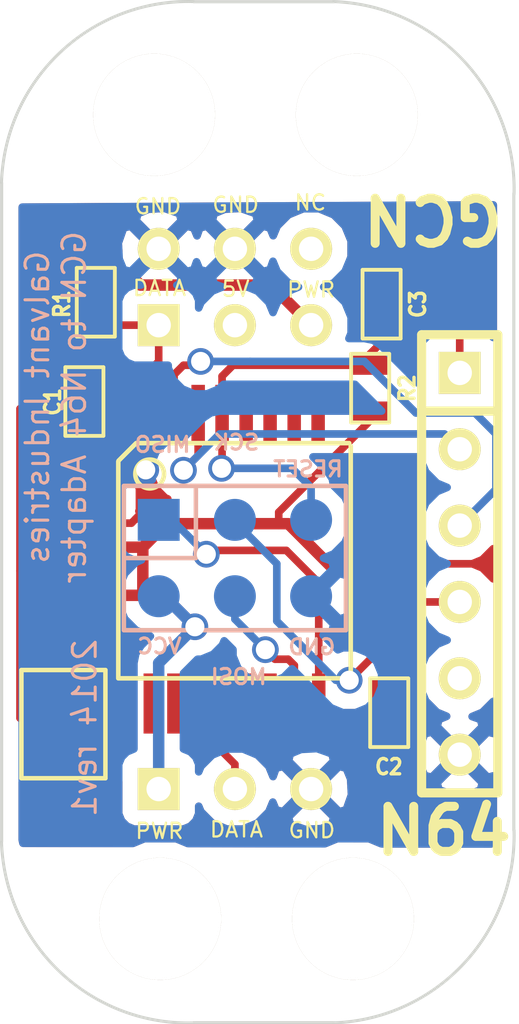
<source format=kicad_pcb>
(kicad_pcb (version 3) (host pcbnew "(2013-11-28 BZR 4510)-product")

  (general
    (links 35)
    (no_connects 0)
    (area 123.575233 72.4408 145.875829 107.5436)
    (thickness 1.6)
    (drawings 27)
    (tracks 161)
    (zones 0)
    (modules 15)
    (nets 32)
  )

  (page A4)
  (layers
    (15 F.Cu signal)
    (0 B.Cu signal)
    (16 B.Adhes user)
    (17 F.Adhes user)
    (18 B.Paste user)
    (19 F.Paste user)
    (20 B.SilkS user)
    (21 F.SilkS user)
    (22 B.Mask user)
    (23 F.Mask user)
    (24 Dwgs.User user)
    (25 Cmts.User user)
    (26 Eco1.User user)
    (27 Eco2.User user)
    (28 Edge.Cuts user)
  )

  (setup
    (last_trace_width 0.254)
    (trace_clearance 0.254)
    (zone_clearance 0.508)
    (zone_45_only no)
    (trace_min 0.254)
    (segment_width 0.2)
    (edge_width 0.1)
    (via_size 0.889)
    (via_drill 0.635)
    (via_min_size 0.889)
    (via_min_drill 0.508)
    (uvia_size 0.508)
    (uvia_drill 0.127)
    (uvias_allowed no)
    (uvia_min_size 0.508)
    (uvia_min_drill 0.127)
    (pcb_text_width 0.3)
    (pcb_text_size 1.5 1.5)
    (mod_edge_width 0.15)
    (mod_text_size 1 1)
    (mod_text_width 0.15)
    (pad_size 4.064 4.064)
    (pad_drill 4.064)
    (pad_to_mask_clearance 0)
    (aux_axis_origin 0 0)
    (visible_elements FFFFFF7F)
    (pcbplotparams
      (layerselection 284721153)
      (usegerberextensions true)
      (excludeedgelayer true)
      (linewidth 0.150000)
      (plotframeref false)
      (viasonmask false)
      (mode 1)
      (useauxorigin false)
      (hpglpennumber 1)
      (hpglpenspeed 20)
      (hpglpendiameter 15)
      (hpglpenoverlay 2)
      (psnegative false)
      (psa4output false)
      (plotreference true)
      (plotvalue true)
      (plotothertext true)
      (plotinvisibletext false)
      (padsonsilk false)
      (subtractmaskfromsilk false)
      (outputformat 1)
      (mirror false)
      (drillshape 0)
      (scaleselection 1)
      (outputdirectory gerbers/))
  )

  (net 0 "")
  (net 1 CTS)
  (net 2 GCN_5V)
  (net 3 GCN_DATA)
  (net 4 GND)
  (net 5 MISO)
  (net 6 MOSI)
  (net 7 N64_DATA)
  (net 8 "Net-(IC1-Pad1)")
  (net 9 "Net-(IC1-Pad10)")
  (net 10 "Net-(IC1-Pad11)")
  (net 11 "Net-(IC1-Pad13)")
  (net 12 "Net-(IC1-Pad14)")
  (net 13 "Net-(IC1-Pad19)")
  (net 14 "Net-(IC1-Pad2)")
  (net 15 "Net-(IC1-Pad22)")
  (net 16 "Net-(IC1-Pad23)")
  (net 17 "Net-(IC1-Pad24)")
  (net 18 "Net-(IC1-Pad25)")
  (net 19 "Net-(IC1-Pad26)")
  (net 20 "Net-(IC1-Pad27)")
  (net 21 "Net-(IC1-Pad28)")
  (net 22 "Net-(IC1-Pad7)")
  (net 23 "Net-(IC1-Pad8)")
  (net 24 "Net-(IC1-Pad9)")
  (net 25 "Net-(P1-Pad4)")
  (net 26 RESET)
  (net 27 RTS)
  (net 28 RXD)
  (net 29 SCK)
  (net 30 TXD)
  (net 31 VCC)

  (net_class Default "This is the default net class."
    (clearance 0.254)
    (trace_width 0.254)
    (via_dia 0.889)
    (via_drill 0.635)
    (uvia_dia 0.508)
    (uvia_drill 0.127)
    (add_net "")
    (add_net CTS)
    (add_net GCN_5V)
    (add_net GCN_DATA)
    (add_net GND)
    (add_net MISO)
    (add_net MOSI)
    (add_net N64_DATA)
    (add_net "Net-(IC1-Pad1)")
    (add_net "Net-(IC1-Pad10)")
    (add_net "Net-(IC1-Pad11)")
    (add_net "Net-(IC1-Pad13)")
    (add_net "Net-(IC1-Pad14)")
    (add_net "Net-(IC1-Pad19)")
    (add_net "Net-(IC1-Pad2)")
    (add_net "Net-(IC1-Pad22)")
    (add_net "Net-(IC1-Pad23)")
    (add_net "Net-(IC1-Pad24)")
    (add_net "Net-(IC1-Pad25)")
    (add_net "Net-(IC1-Pad26)")
    (add_net "Net-(IC1-Pad27)")
    (add_net "Net-(IC1-Pad28)")
    (add_net "Net-(IC1-Pad7)")
    (add_net "Net-(IC1-Pad8)")
    (add_net "Net-(IC1-Pad9)")
    (add_net "Net-(P1-Pad4)")
    (add_net RESET)
    (add_net RTS)
    (add_net RXD)
    (add_net SCK)
    (add_net TXD)
    (add_net VCC)
  )

  (module SMD_Packages:TQFP32 (layer F.Cu) (tedit 5387DBB4) (tstamp 5387BB8A)
    (at 132.461 91.694)
    (path /53878BD7)
    (fp_text reference IC1 (at 0 -1.27) (layer F.SilkS) hide
      (effects (font (size 1.27 1.016) (thickness 0.2032)))
    )
    (fp_text value ATMEGA328P-A (at 0 1.905) (layer F.SilkS) hide
      (effects (font (size 0.762 0.508) (thickness 0.127)))
    )
    (fp_line (start -3.8862 -3.2766) (end -3.8862 3.9116) (layer F.SilkS) (width 0.1524))
    (fp_line (start -3.2512 -3.8862) (end 3.81 -3.8862) (layer F.SilkS) (width 0.1524))
    (fp_line (start 3.8608 3.937) (end 3.8608 -3.7846) (layer F.SilkS) (width 0.1524))
    (fp_line (start -3.8862 3.937) (end 3.7338 3.937) (layer F.SilkS) (width 0.1524))
    (fp_line (start -3.87604 -3.302) (end -3.29184 -3.8862) (layer F.SilkS) (width 0.1524))
    (fp_circle (center -2.83972 -2.86004) (end -2.43332 -2.60604) (layer F.SilkS) (width 0.1524))
    (pad 8 smd rect (at -4.81584 2.77622) (size 1.99898 0.44958) (layers F.Cu F.Paste F.Mask)
      (net 23 "Net-(IC1-Pad8)"))
    (pad 7 smd rect (at -4.81584 1.97612) (size 1.99898 0.44958) (layers F.Cu F.Paste F.Mask)
      (net 22 "Net-(IC1-Pad7)"))
    (pad 6 smd rect (at -4.81584 1.17602) (size 1.99898 0.44958) (layers F.Cu F.Paste F.Mask)
      (net 31 VCC))
    (pad 5 smd rect (at -4.81584 0.37592) (size 1.99898 0.44958) (layers F.Cu F.Paste F.Mask)
      (net 4 GND))
    (pad 4 smd rect (at -4.81584 -0.42418) (size 1.99898 0.44958) (layers F.Cu F.Paste F.Mask)
      (net 31 VCC))
    (pad 3 smd rect (at -4.81584 -1.22428) (size 1.99898 0.44958) (layers F.Cu F.Paste F.Mask)
      (net 4 GND))
    (pad 2 smd rect (at -4.81584 -2.02438) (size 1.99898 0.44958) (layers F.Cu F.Paste F.Mask)
      (net 14 "Net-(IC1-Pad2)"))
    (pad 1 smd rect (at -4.81584 -2.82448) (size 1.99898 0.44958) (layers F.Cu F.Paste F.Mask)
      (net 8 "Net-(IC1-Pad1)"))
    (pad 24 smd rect (at 4.7498 -2.8194) (size 1.99898 0.44958) (layers F.Cu F.Paste F.Mask)
      (net 17 "Net-(IC1-Pad24)"))
    (pad 17 smd rect (at 4.7498 2.794) (size 1.99898 0.44958) (layers F.Cu F.Paste F.Mask)
      (net 29 SCK))
    (pad 18 smd rect (at 4.7498 1.9812) (size 1.99898 0.44958) (layers F.Cu F.Paste F.Mask)
      (net 31 VCC))
    (pad 19 smd rect (at 4.7498 1.1684) (size 1.99898 0.44958) (layers F.Cu F.Paste F.Mask)
      (net 13 "Net-(IC1-Pad19)"))
    (pad 20 smd rect (at 4.7498 0.381) (size 1.99898 0.44958) (layers F.Cu F.Paste F.Mask)
      (net 31 VCC))
    (pad 21 smd rect (at 4.7498 -0.4318) (size 1.99898 0.44958) (layers F.Cu F.Paste F.Mask)
      (net 4 GND))
    (pad 22 smd rect (at 4.7498 -1.2192) (size 1.99898 0.44958) (layers F.Cu F.Paste F.Mask)
      (net 15 "Net-(IC1-Pad22)"))
    (pad 23 smd rect (at 4.7498 -2.032) (size 1.99898 0.44958) (layers F.Cu F.Paste F.Mask)
      (net 16 "Net-(IC1-Pad23)"))
    (pad 32 smd rect (at -2.82448 -4.826) (size 0.44958 1.99898) (layers F.Cu F.Paste F.Mask)
      (net 3 GCN_DATA))
    (pad 31 smd rect (at -2.02692 -4.826) (size 0.44958 1.99898) (layers F.Cu F.Paste F.Mask)
      (net 30 TXD))
    (pad 30 smd rect (at -1.22428 -4.826) (size 0.44958 1.99898) (layers F.Cu F.Paste F.Mask)
      (net 28 RXD))
    (pad 29 smd rect (at -0.42672 -4.826) (size 0.44958 1.99898) (layers F.Cu F.Paste F.Mask)
      (net 26 RESET))
    (pad 28 smd rect (at 0.37592 -4.826) (size 0.44958 1.99898) (layers F.Cu F.Paste F.Mask)
      (net 21 "Net-(IC1-Pad28)"))
    (pad 27 smd rect (at 1.17348 -4.826) (size 0.44958 1.99898) (layers F.Cu F.Paste F.Mask)
      (net 20 "Net-(IC1-Pad27)"))
    (pad 26 smd rect (at 1.97612 -4.826) (size 0.44958 1.99898) (layers F.Cu F.Paste F.Mask)
      (net 19 "Net-(IC1-Pad26)"))
    (pad 25 smd rect (at 2.77368 -4.826) (size 0.44958 1.99898) (layers F.Cu F.Paste F.Mask)
      (net 18 "Net-(IC1-Pad25)"))
    (pad 9 smd rect (at -2.8194 4.7752) (size 0.44958 1.99898) (layers F.Cu F.Paste F.Mask)
      (net 24 "Net-(IC1-Pad9)"))
    (pad 10 smd rect (at -2.032 4.7752) (size 0.44958 1.99898) (layers F.Cu F.Paste F.Mask)
      (net 9 "Net-(IC1-Pad10)"))
    (pad 11 smd rect (at -1.2192 4.7752) (size 0.44958 1.99898) (layers F.Cu F.Paste F.Mask)
      (net 10 "Net-(IC1-Pad11)"))
    (pad 12 smd rect (at -0.4318 4.7752) (size 0.44958 1.99898) (layers F.Cu F.Paste F.Mask)
      (net 7 N64_DATA))
    (pad 13 smd rect (at 0.3556 4.7752) (size 0.44958 1.99898) (layers F.Cu F.Paste F.Mask)
      (net 11 "Net-(IC1-Pad13)"))
    (pad 14 smd rect (at 1.1684 4.7752) (size 0.44958 1.99898) (layers F.Cu F.Paste F.Mask)
      (net 12 "Net-(IC1-Pad14)"))
    (pad 15 smd rect (at 1.9812 4.7752) (size 0.44958 1.99898) (layers F.Cu F.Paste F.Mask)
      (net 6 MOSI))
    (pad 16 smd rect (at 2.794 4.7752) (size 0.44958 1.99898) (layers F.Cu F.Paste F.Mask)
      (net 5 MISO))
    (model smd/tqfp32.wrl
      (at (xyz 0 0 0))
      (scale (xyz 1 1 1))
      (rotate (xyz 0 0 0))
    )
  )

  (module Connect:SIL-3 (layer F.Cu) (tedit 5387D972) (tstamp 5387BB96)
    (at 132.461 99.314)
    (descr "Connecteur 3 pins")
    (tags "CONN DEV")
    (path /53878E7C)
    (fp_text reference K1 (at 0 -2.54) (layer F.SilkS) hide
      (effects (font (size 1.7907 1.07696) (thickness 0.26924)))
    )
    (fp_text value CONN_3 (at 0 -2.54) (layer F.SilkS) hide
      (effects (font (size 1.524 1.016) (thickness 0.3048)))
    )
    (pad 1 thru_hole rect (at -2.54 0) (size 1.397 1.397) (drill 0.8128) (layers *.Cu *.Mask F.SilkS)
      (net 31 VCC))
    (pad 2 thru_hole circle (at 0 0) (size 1.397 1.397) (drill 0.8128) (layers *.Cu *.Mask F.SilkS)
      (net 7 N64_DATA))
    (pad 3 thru_hole circle (at 2.54 0) (size 1.397 1.397) (drill 0.8128) (layers *.Cu *.Mask F.SilkS)
      (net 4 GND))
  )

  (module Connect:SIL-6 (layer F.Cu) (tedit 5387D930) (tstamp 5387BBA5)
    (at 132.461 82.6135)
    (descr "Connecteur 6 pins")
    (tags "CONN DEV")
    (path /5387B061)
    (fp_text reference P1 (at 0 -2.54) (layer F.SilkS) hide
      (effects (font (size 1.72974 1.08712) (thickness 0.27178)))
    )
    (fp_text value CONN_3X2 (at 0 -2.54) (layer F.SilkS) hide
      (effects (font (size 1.524 1.016) (thickness 0.3048)))
    )
    (pad 3 thru_hole rect (at -2.54 1.27) (size 1.397 1.397) (drill 0.8128) (layers *.Cu *.Mask F.SilkS)
      (net 3 GCN_DATA))
    (pad 2 thru_hole circle (at 0 1.27) (size 1.397 1.397) (drill 0.8128) (layers *.Cu *.Mask F.SilkS)
      (net 2 GCN_5V))
    (pad 1 thru_hole circle (at 2.54 1.27) (size 1.397 1.397) (drill 0.8128) (layers *.Cu *.Mask F.SilkS)
      (net 31 VCC))
    (pad 6 thru_hole circle (at -2.54 -1.27) (size 1.397 1.397) (drill 0.8128) (layers *.Cu *.Mask F.SilkS)
      (net 4 GND))
    (pad 5 thru_hole circle (at 0 -1.27) (size 1.397 1.397) (drill 0.8128) (layers *.Cu *.Mask F.SilkS)
      (net 4 GND))
    (pad 4 thru_hole circle (at 2.54 -1.27) (size 1.397 1.397) (drill 0.8128) (layers *.Cu *.Mask F.SilkS)
      (net 25 "Net-(P1-Pad4)"))
  )

  (module Connect:1pin (layer F.Cu) (tedit 5387D7B0) (tstamp 5387CBA4)
    (at 129.7686 76.8858)
    (descr "module 1 pin (ou trou mecanique de percage)")
    (tags DEV)
    (path 1pin)
    (fp_text reference 1PIN (at 0 -3.048) (layer F.SilkS) hide
      (effects (font (size 1.016 1.016) (thickness 0.254)))
    )
    (fp_text value P*** (at 0 2.794) (layer F.SilkS) hide
      (effects (font (size 1.016 1.016) (thickness 0.254)))
    )
    (pad 1 thru_hole circle (at 0 0) (size 4.064 4.064) (drill 4.064) (layers *.Cu *.Mask F.SilkS))
  )

  (module Connect:1pin (layer F.Cu) (tedit 5387D7AA) (tstamp 5387CBC5)
    (at 136.525 76.835)
    (descr "module 1 pin (ou trou mecanique de percage)")
    (tags DEV)
    (path 1pin)
    (fp_text reference 1PIN (at 0 -3.048) (layer F.SilkS) hide
      (effects (font (size 1.016 1.016) (thickness 0.254)))
    )
    (fp_text value P*** (at 0 2.794) (layer F.SilkS) hide
      (effects (font (size 1.016 1.016) (thickness 0.254)))
    )
    (pad 1 thru_hole circle (at 0 0.0508) (size 4.064 4.064) (drill 4.064) (layers *.Cu *.Mask F.SilkS))
  )

  (module Connect:1pin (layer F.Cu) (tedit 5387D7A1) (tstamp 5387CBDC)
    (at 129.9718 103.632)
    (descr "module 1 pin (ou trou mecanique de percage)")
    (tags DEV)
    (path 1pin)
    (fp_text reference 1PIN (at 0 -3.048) (layer F.SilkS) hide
      (effects (font (size 1.016 1.016) (thickness 0.254)))
    )
    (fp_text value P*** (at 0 2.794) (layer F.SilkS) hide
      (effects (font (size 1.016 1.016) (thickness 0.254)))
    )
    (pad 1 thru_hole circle (at 0 0) (size 4.064 4.064) (drill 4.064) (layers *.Cu *.Mask F.SilkS))
  )

  (module Connect:1pin (layer F.Cu) (tedit 5387D798) (tstamp 5387CBD7)
    (at 136.398 103.6574)
    (descr "module 1 pin (ou trou mecanique de percage)")
    (tags DEV)
    (path 1pin)
    (fp_text reference 1PIN (at 0 -3.048) (layer F.SilkS) hide
      (effects (font (size 1.016 1.016) (thickness 0.254)))
    )
    (fp_text value P*** (at 0 2.794) (layer F.SilkS) hide
      (effects (font (size 1.016 1.016) (thickness 0.254)))
    )
    (pad 1 thru_hole circle (at 0 -0.0254) (size 4.064 4.064) (drill 4.064) (layers *.Cu *.Mask F.SilkS))
  )

  (module Connect:SIL-6 (layer B.Cu) (tedit 5387C0AF) (tstamp 5387BBB4)
    (at 132.461 91.6305)
    (descr "Connecteur 6 pins")
    (tags "CONN DEV")
    (path /5387B585)
    (fp_text reference P2 (at 0 2.54) (layer B.SilkS) hide
      (effects (font (size 1.72974 1.08712) (thickness 0.27178)) (justify mirror))
    )
    (fp_text value CONN_3X2 (at 0 2.54) (layer B.SilkS) hide
      (effects (font (size 1.524 1.016) (thickness 0.3048)) (justify mirror))
    )
    (fp_line (start 3.7 -2.4) (end 3.7 2.4) (layer B.SilkS) (width 0.15))
    (fp_line (start 3.7 2.4) (end 3.1 2.4) (layer B.SilkS) (width 0.15))
    (fp_line (start -3.7 0) (end -1.3 0) (layer B.SilkS) (width 0.15))
    (fp_line (start -1.3 0) (end -1.3 -2.4) (layer B.SilkS) (width 0.15))
    (fp_line (start -3.7 -2.4) (end 3.7 -2.4) (layer B.SilkS) (width 0.15))
    (fp_line (start 3.6 2.4) (end -3.7 2.4) (layer B.SilkS) (width 0.15))
    (fp_line (start -3.7 2.4) (end -3.7 -2.4) (layer B.SilkS) (width 0.15))
    (pad 1 smd rect (at -2.54 -1.27) (size 1.397 1.397) (layers B.Cu B.Paste B.Mask)
      (net 5 MISO))
    (pad 2 smd circle (at -2.54 1.27) (size 1.397 1.397) (layers B.Cu B.Paste B.Mask)
      (net 31 VCC))
    (pad 3 smd circle (at 0 -1.27) (size 1.397 1.397) (layers B.Cu B.Paste B.Mask)
      (net 29 SCK))
    (pad 4 smd circle (at 0 1.27) (size 1.397 1.397) (layers B.Cu B.Paste B.Mask)
      (net 6 MOSI))
    (pad 5 smd circle (at 2.54 -1.27) (size 1.397 1.397) (layers B.Cu B.Paste B.Mask)
      (net 26 RESET))
    (pad 6 smd circle (at 2.54 1.27) (size 1.397 1.397) (layers B.Cu B.Paste B.Mask)
      (net 4 GND))
  )

  (module SMD_Packages:EMI_FILTER (layer F.Cu) (tedit 5387E150) (tstamp 5387BBE2)
    (at 126.746 97.155 90)
    (descr "EMI Filter")
    (path /53878DC3)
    (fp_text reference X1 (at -2.8448 0 180) (layer F.SilkS) hide
      (effects (font (size 1.016 0.889) (thickness 0.2032)))
    )
    (fp_text value 16MHz (at -0.127 -0.635 90) (layer F.SilkS) hide
      (effects (font (size 1.016 0.889) (thickness 0.2032)))
    )
    (fp_line (start 1.8 -1.4) (end -1.8 -1.4) (layer F.SilkS) (width 0.15))
    (fp_line (start -1.8 -1.4) (end -1.8 1.4) (layer F.SilkS) (width 0.15))
    (fp_line (start -1.8 1.4) (end 1.8 1.4) (layer F.SilkS) (width 0.15))
    (fp_line (start 1.8 1.4) (end 1.8 -1.4) (layer F.SilkS) (width 0.15))
    (pad 1 smd rect (at -1.2 0 90) (size 0.4 2) (layers F.Cu F.Paste F.Mask)
      (net 23 "Net-(IC1-Pad8)"))
    (pad 3 smd rect (at 0 0 90) (size 0.4 2) (layers F.Cu F.Paste F.Mask)
      (net 4 GND))
    (pad 2 smd rect (at 1.2 0 90) (size 0.4 2) (layers F.Cu F.Paste F.Mask)
      (net 22 "Net-(IC1-Pad7)"))
  )

  (module SMD_Packages:SM0603 (layer F.Cu) (tedit 5387D42C) (tstamp 5387BB40)
    (at 127.4445 86.4235 90)
    (path /5387AF26)
    (attr smd)
    (fp_text reference C1 (at -0.0127 -1.0541 90) (layer F.SilkS)
      (effects (font (size 0.508 0.4572) (thickness 0.1143)))
    )
    (fp_text value 0.1uF (at 0 0 90) (layer F.SilkS) hide
      (effects (font (size 0.508 0.4572) (thickness 0.1143)))
    )
    (fp_line (start -1.143 -0.635) (end 1.143 -0.635) (layer F.SilkS) (width 0.127))
    (fp_line (start 1.143 -0.635) (end 1.143 0.635) (layer F.SilkS) (width 0.127))
    (fp_line (start 1.143 0.635) (end -1.143 0.635) (layer F.SilkS) (width 0.127))
    (fp_line (start -1.143 0.635) (end -1.143 -0.635) (layer F.SilkS) (width 0.127))
    (pad 1 smd rect (at -0.762 0 90) (size 0.635 1.143) (layers F.Cu F.Paste F.Mask)
      (net 31 VCC))
    (pad 2 smd rect (at 0.762 0 90) (size 0.635 1.143) (layers F.Cu F.Paste F.Mask)
      (net 4 GND))
    (model smd\resistors\R0603.wrl
      (at (xyz 0 0 0.001))
      (scale (xyz 0.5 0.5 0.5))
      (rotate (xyz 0 0 0))
    )
  )

  (module SMD_Packages:SM0603 (layer F.Cu) (tedit 5387D438) (tstamp 5387BB4A)
    (at 137.6045 96.774 270)
    (path /5387AF3A)
    (attr smd)
    (fp_text reference C2 (at 1.8034 0.0127 360) (layer F.SilkS)
      (effects (font (size 0.508 0.4572) (thickness 0.1143)))
    )
    (fp_text value 0.1uF (at 0 0 270) (layer F.SilkS) hide
      (effects (font (size 0.508 0.4572) (thickness 0.1143)))
    )
    (fp_line (start -1.143 -0.635) (end 1.143 -0.635) (layer F.SilkS) (width 0.127))
    (fp_line (start 1.143 -0.635) (end 1.143 0.635) (layer F.SilkS) (width 0.127))
    (fp_line (start 1.143 0.635) (end -1.143 0.635) (layer F.SilkS) (width 0.127))
    (fp_line (start -1.143 0.635) (end -1.143 -0.635) (layer F.SilkS) (width 0.127))
    (pad 1 smd rect (at -0.762 0 270) (size 0.635 1.143) (layers F.Cu F.Paste F.Mask)
      (net 31 VCC))
    (pad 2 smd rect (at 0.762 0 270) (size 0.635 1.143) (layers F.Cu F.Paste F.Mask)
      (net 4 GND))
    (model smd\resistors\R0603.wrl
      (at (xyz 0 0 0.001))
      (scale (xyz 0.5 0.5 0.5))
      (rotate (xyz 0 0 0))
    )
  )

  (module SMD_Packages:SM0603 (layer F.Cu) (tedit 5387D42E) (tstamp 5387BB54)
    (at 137.3505 83.185 90)
    (path /5387B6BB)
    (attr smd)
    (fp_text reference C3 (at 0 1.2065 90) (layer F.SilkS)
      (effects (font (size 0.508 0.4572) (thickness 0.1143)))
    )
    (fp_text value 0.1uF (at 0 0 90) (layer F.SilkS) hide
      (effects (font (size 0.508 0.4572) (thickness 0.1143)))
    )
    (fp_line (start -1.143 -0.635) (end 1.143 -0.635) (layer F.SilkS) (width 0.127))
    (fp_line (start 1.143 -0.635) (end 1.143 0.635) (layer F.SilkS) (width 0.127))
    (fp_line (start 1.143 0.635) (end -1.143 0.635) (layer F.SilkS) (width 0.127))
    (fp_line (start -1.143 0.635) (end -1.143 -0.635) (layer F.SilkS) (width 0.127))
    (pad 1 smd rect (at -0.762 0 90) (size 0.635 1.143) (layers F.Cu F.Paste F.Mask)
      (net 26 RESET))
    (pad 2 smd rect (at 0.762 0 90) (size 0.635 1.143) (layers F.Cu F.Paste F.Mask)
      (net 27 RTS))
    (model smd\resistors\R0603.wrl
      (at (xyz 0 0 0.001))
      (scale (xyz 0.5 0.5 0.5))
      (rotate (xyz 0 0 0))
    )
  )

  (module Connect:SIL-6 (layer F.Cu) (tedit 5387D687) (tstamp 5387BBC3)
    (at 139.954 91.821 270)
    (descr "Connecteur 6 pins")
    (tags "CONN DEV")
    (path /5387B915)
    (fp_text reference P3 (at 0 -2.54 270) (layer F.SilkS) hide
      (effects (font (size 1.72974 1.08712) (thickness 0.27178)))
    )
    (fp_text value CONN_6 (at 0 -2.54 270) (layer F.SilkS) hide
      (effects (font (size 1.524 1.016) (thickness 0.3048)))
    )
    (fp_line (start -7.62 1.27) (end -7.62 -1.27) (layer F.SilkS) (width 0.3048))
    (fp_line (start -7.62 -1.27) (end 7.62 -1.27) (layer F.SilkS) (width 0.3048))
    (fp_line (start 7.62 -1.27) (end 7.62 1.27) (layer F.SilkS) (width 0.3048))
    (fp_line (start 7.62 1.27) (end -7.62 1.27) (layer F.SilkS) (width 0.3048))
    (fp_line (start -5.08 1.27) (end -5.08 -1.27) (layer F.SilkS) (width 0.3048))
    (pad 1 thru_hole rect (at -6.35 0 270) (size 1.397 1.397) (drill 0.8128) (layers *.Cu *.Mask F.SilkS)
      (net 27 RTS))
    (pad 2 thru_hole circle (at -3.81 0 270) (size 1.397 1.397) (drill 0.8128) (layers *.Cu *.Mask F.SilkS)
      (net 28 RXD))
    (pad 3 thru_hole circle (at -1.27 0 270) (size 1.397 1.397) (drill 0.8128) (layers *.Cu *.Mask F.SilkS)
      (net 30 TXD))
    (pad 4 thru_hole circle (at 1.27 0 270) (size 1.397 1.397) (drill 0.8128) (layers *.Cu *.Mask F.SilkS)
      (net 31 VCC))
    (pad 5 thru_hole circle (at 3.81 0 270) (size 1.397 1.397) (drill 0.8128) (layers *.Cu *.Mask F.SilkS)
      (net 1 CTS))
    (pad 6 thru_hole circle (at 6.35 0 270) (size 1.397 1.397) (drill 0.8128) (layers *.Cu *.Mask F.SilkS)
      (net 4 GND))
  )

  (module SMD_Packages:SM0603 (layer F.Cu) (tedit 5387D429) (tstamp 5387BBCD)
    (at 127.8255 83.1215 90)
    (path /5387AE57)
    (attr smd)
    (fp_text reference R1 (at -0.0635 -1.1303 90) (layer F.SilkS)
      (effects (font (size 0.508 0.4572) (thickness 0.1143)))
    )
    (fp_text value 1k (at 0 0 90) (layer F.SilkS) hide
      (effects (font (size 0.508 0.4572) (thickness 0.1143)))
    )
    (fp_line (start -1.143 -0.635) (end 1.143 -0.635) (layer F.SilkS) (width 0.127))
    (fp_line (start 1.143 -0.635) (end 1.143 0.635) (layer F.SilkS) (width 0.127))
    (fp_line (start 1.143 0.635) (end -1.143 0.635) (layer F.SilkS) (width 0.127))
    (fp_line (start -1.143 0.635) (end -1.143 -0.635) (layer F.SilkS) (width 0.127))
    (pad 1 smd rect (at -0.762 0 90) (size 0.635 1.143) (layers F.Cu F.Paste F.Mask)
      (net 3 GCN_DATA))
    (pad 2 smd rect (at 0.762 0 90) (size 0.635 1.143) (layers F.Cu F.Paste F.Mask)
      (net 31 VCC))
    (model smd\resistors\R0603.wrl
      (at (xyz 0 0 0.001))
      (scale (xyz 0.5 0.5 0.5))
      (rotate (xyz 0 0 0))
    )
  )

  (module SMD_Packages:SM0603 (layer F.Cu) (tedit 5387D433) (tstamp 5387BBD7)
    (at 136.9695 85.979 90)
    (path /5387B6A7)
    (attr smd)
    (fp_text reference R2 (at 0 1.2319 90) (layer F.SilkS)
      (effects (font (size 0.508 0.4572) (thickness 0.1143)))
    )
    (fp_text value 10k (at 0 0 90) (layer F.SilkS) hide
      (effects (font (size 0.508 0.4572) (thickness 0.1143)))
    )
    (fp_line (start -1.143 -0.635) (end 1.143 -0.635) (layer F.SilkS) (width 0.127))
    (fp_line (start 1.143 -0.635) (end 1.143 0.635) (layer F.SilkS) (width 0.127))
    (fp_line (start 1.143 0.635) (end -1.143 0.635) (layer F.SilkS) (width 0.127))
    (fp_line (start -1.143 0.635) (end -1.143 -0.635) (layer F.SilkS) (width 0.127))
    (pad 1 smd rect (at -0.762 0 90) (size 0.635 1.143) (layers F.Cu F.Paste F.Mask)
      (net 31 VCC))
    (pad 2 smd rect (at 0.762 0 90) (size 0.635 1.143) (layers F.Cu F.Paste F.Mask)
      (net 26 RESET))
    (model smd\resistors\R0603.wrl
      (at (xyz 0 0 0.001))
      (scale (xyz 0.5 0.5 0.5))
      (rotate (xyz 0 0 0))
    )
  )

  (gr_text VCC (at 129.9464 94.5642) (layer B.SilkS)
    (effects (font (size 0.508 0.508) (thickness 0.1016)) (justify mirror))
  )
  (gr_text MOSI (at 132.588 95.5802) (layer B.SilkS)
    (effects (font (size 0.508 0.508) (thickness 0.1016)) (justify mirror))
  )
  (gr_text GND (at 135.0264 94.5896) (layer B.SilkS)
    (effects (font (size 0.508 0.508) (thickness 0.1016)) (justify mirror))
  )
  (gr_text RESET (at 134.8994 88.6714) (layer B.SilkS)
    (effects (font (size 0.508 0.508) (thickness 0.1016)) (justify mirror))
  )
  (gr_text SCK (at 132.5118 87.7824) (layer B.SilkS)
    (effects (font (size 0.508 0.508) (thickness 0.1016)) (justify mirror))
  )
  (gr_text MISO (at 130.048 87.8586) (layer B.SilkS)
    (effects (font (size 0.508 0.508) (thickness 0.1016)) (justify mirror))
  )
  (gr_text GND (at 135.0264 100.6856) (layer F.SilkS)
    (effects (font (size 0.508 0.508) (thickness 0.0762)))
  )
  (gr_text DATA (at 132.5118 100.6602) (layer F.SilkS)
    (effects (font (size 0.508 0.508) (thickness 0.0762)))
  )
  (gr_text PWR (at 129.9464 100.711) (layer F.SilkS)
    (effects (font (size 0.508 0.508) (thickness 0.0762)))
  )
  (gr_text 5V (at 132.4864 82.677) (layer F.SilkS)
    (effects (font (size 0.508 0.508) (thickness 0.0762)))
  )
  (gr_text PWR (at 135.001 82.7024) (layer F.SilkS)
    (effects (font (size 0.508 0.508) (thickness 0.0762)))
  )
  (gr_text DATA (at 129.9464 82.6516) (layer F.SilkS)
    (effects (font (size 0.508 0.508) (thickness 0.0762)))
  )
  (gr_text NC (at 134.9756 79.8068) (layer F.SilkS)
    (effects (font (size 0.508 0.508) (thickness 0.0762)))
  )
  (gr_text GND (at 132.4864 79.883) (layer F.SilkS)
    (effects (font (size 0.508 0.508) (thickness 0.0762)))
  )
  (gr_text GND (at 129.8956 79.9338) (layer F.SilkS)
    (effects (font (size 0.508 0.508) (thickness 0.0762)))
  )
  (gr_text GCN (at 139.065 80.3402 180) (layer F.SilkS)
    (effects (font (size 1.5 1.5) (thickness 0.3)))
  )
  (gr_text N64 (at 139.4206 100.711) (layer F.SilkS)
    (effects (font (size 1.5 1.5) (thickness 0.3)))
  )
  (gr_text "2014 rev1" (at 127.4572 97.282 90) (layer B.SilkS)
    (effects (font (size 0.762 0.762) (thickness 0.1016)) (justify mirror))
  )
  (gr_text "Galvant Industries\nGCN to N64 Adapter" (at 126.492 86.614 90) (layer B.SilkS)
    (effects (font (size 0.762 0.762) (thickness 0.1016)) (justify mirror))
  )
  (gr_line (start 141.7574 100.6856) (end 141.7574 79.502) (angle 90) (layer Edge.Cuts) (width 0.1))
  (gr_arc (start 130.90525 100.86975) (end 124.68225 101.06025) (angle -90) (layer Edge.Cuts) (width 0.1) (tstamp 5387CF1A))
  (gr_arc (start 135.54075 100.86975) (end 135.73125 107.09275) (angle -90) (layer Edge.Cuts) (width 0.1) (tstamp 5387CF19))
  (gr_line (start 131.0894 107.0864) (end 135.763 107.0864) (angle 90) (layer Edge.Cuts) (width 0.1) (tstamp 5387CF18))
  (gr_line (start 124.6886 79.1464) (end 124.6886 101.0666) (angle 90) (layer Edge.Cuts) (width 0.1))
  (gr_line (start 131.0894 73.1266) (end 135.763 73.1266) (angle 90) (layer Edge.Cuts) (width 0.1))
  (gr_arc (start 135.54075 79.34325) (end 135.73125 73.12025) (angle 90) (layer Edge.Cuts) (width 0.1) (tstamp 53891391))
  (gr_arc (start 130.90525 79.34325) (end 124.68225 79.15275) (angle 90) (layer Edge.Cuts) (width 0.1) (tstamp 5389135F))

  (segment (start 129.921 83.8835) (end 127.8255 83.8835) (width 0.254) (layer F.Cu) (net 3))
  (segment (start 129.921 83.8835) (end 129.921 85.09) (width 0.254) (layer F.Cu) (net 3))
  (segment (start 129.63652 85.37448) (end 129.63652 86.868) (width 0.254) (layer F.Cu) (net 3) (tstamp 5387BF65))
  (segment (start 129.921 85.09) (end 129.63652 85.37448) (width 0.254) (layer F.Cu) (net 3) (tstamp 5387BF64))
  (segment (start 137.2108 91.2622) (end 138.3792 91.2622) (width 0.254) (layer F.Cu) (net 4))
  (segment (start 141.1986 96.9264) (end 139.954 98.171) (width 0.254) (layer F.Cu) (net 4) (tstamp 5387D226))
  (segment (start 141.1986 92.329) (end 141.1986 96.9264) (width 0.254) (layer F.Cu) (net 4) (tstamp 5387D21F))
  (segment (start 140.6906 91.821) (end 141.1986 92.329) (width 0.254) (layer F.Cu) (net 4) (tstamp 5387D21E))
  (segment (start 138.938 91.821) (end 140.6906 91.821) (width 0.254) (layer F.Cu) (net 4) (tstamp 5387D21D))
  (segment (start 138.3792 91.2622) (end 138.938 91.821) (width 0.254) (layer F.Cu) (net 4) (tstamp 5387D21C))
  (segment (start 127.64516 90.46972) (end 129.01168 90.46972) (width 0.254) (layer F.Cu) (net 4))
  (segment (start 128.9304 88.138) (end 128.9304 88.0872) (width 0.254) (layer B.Cu) (net 4) (tstamp 5387D1FE))
  (segment (start 129.4892 88.6968) (end 128.9304 88.138) (width 0.254) (layer B.Cu) (net 4) (tstamp 5387D1FD))
  (via (at 129.4892 88.6968) (size 0.889) (layers F.Cu B.Cu) (net 4))
  (segment (start 129.4892 89.9922) (end 129.4892 88.6968) (width 0.254) (layer F.Cu) (net 4) (tstamp 5387D1F6))
  (segment (start 129.01168 90.46972) (end 129.4892 89.9922) (width 0.254) (layer F.Cu) (net 4) (tstamp 5387D1F5))
  (segment (start 127.64516 92.06992) (end 125.2982 92.06992) (width 0.254) (layer F.Cu) (net 4))
  (segment (start 125.3236 92.0496) (end 125.2982 92.0496) (width 0.254) (layer F.Cu) (net 4) (tstamp 5387D1F2))
  (segment (start 125.31852 92.0496) (end 125.3236 92.0496) (width 0.254) (layer F.Cu) (net 4) (tstamp 5387D1F1))
  (segment (start 125.2982 92.06992) (end 125.31852 92.0496) (width 0.254) (layer F.Cu) (net 4) (tstamp 5387D1EE))
  (segment (start 127.4445 85.6615) (end 126.3015 85.6615) (width 0.254) (layer F.Cu) (net 4))
  (segment (start 125.5014 97.155) (end 126.746 97.155) (width 0.254) (layer F.Cu) (net 4) (tstamp 5387D1EB))
  (segment (start 125.2982 96.9518) (end 125.5014 97.155) (width 0.254) (layer F.Cu) (net 4) (tstamp 5387D1E9))
  (segment (start 125.2982 86.6648) (end 125.2982 92.0496) (width 0.254) (layer F.Cu) (net 4) (tstamp 5387D1E2))
  (segment (start 125.2982 92.0496) (end 125.2982 96.9518) (width 0.254) (layer F.Cu) (net 4) (tstamp 5387D1F3))
  (segment (start 126.3015 85.6615) (end 125.2982 86.6648) (width 0.254) (layer F.Cu) (net 4) (tstamp 5387D1E1))
  (segment (start 129.921 90.3605) (end 130.3655 90.3605) (width 0.254) (layer B.Cu) (net 5))
  (segment (start 135.255 92.456) (end 135.255 96.4692) (width 0.254) (layer F.Cu) (net 5) (tstamp 5387C1E5))
  (segment (start 134.1755 91.3765) (end 135.255 92.456) (width 0.254) (layer F.Cu) (net 5) (tstamp 5387C1E4))
  (segment (start 131.6355 91.3765) (end 134.1755 91.3765) (width 0.254) (layer F.Cu) (net 5) (tstamp 5387C1E3))
  (segment (start 131.5085 91.5035) (end 131.6355 91.3765) (width 0.254) (layer F.Cu) (net 5) (tstamp 5387C1E2))
  (via (at 131.5085 91.5035) (size 0.889) (layers F.Cu B.Cu) (net 5))
  (segment (start 130.3655 90.3605) (end 131.5085 91.5035) (width 0.254) (layer B.Cu) (net 5) (tstamp 5387C1DC))
  (segment (start 132.461 92.9005) (end 132.461 93.6625) (width 0.254) (layer B.Cu) (net 6))
  (segment (start 134.4422 95.1992) (end 134.4422 96.4692) (width 0.254) (layer F.Cu) (net 6) (tstamp 5387C1F0))
  (segment (start 134.239 94.996) (end 134.4422 95.1992) (width 0.254) (layer F.Cu) (net 6) (tstamp 5387C1EF))
  (segment (start 133.7945 94.996) (end 134.239 94.996) (width 0.254) (layer F.Cu) (net 6) (tstamp 5387C1EE))
  (segment (start 133.477 94.6785) (end 133.7945 94.996) (width 0.254) (layer F.Cu) (net 6) (tstamp 5387C1ED))
  (via (at 133.477 94.6785) (size 0.889) (layers F.Cu B.Cu) (net 6))
  (segment (start 132.461 93.6625) (end 133.477 94.6785) (width 0.254) (layer B.Cu) (net 6) (tstamp 5387C1E8))
  (segment (start 132.461 99.314) (end 132.461 98.4885) (width 0.254) (layer F.Cu) (net 7))
  (segment (start 132.0292 98.0567) (end 132.0292 96.4692) (width 0.254) (layer F.Cu) (net 7) (tstamp 5387C247))
  (segment (start 132.461 98.4885) (end 132.0292 98.0567) (width 0.254) (layer F.Cu) (net 7) (tstamp 5387C246))
  (segment (start 126.746 95.955) (end 126.746 95.504) (width 0.254) (layer F.Cu) (net 22))
  (segment (start 126.23038 93.67012) (end 127.64516 93.67012) (width 0.254) (layer F.Cu) (net 22) (tstamp 5387BF27))
  (segment (start 125.984 93.9165) (end 126.23038 93.67012) (width 0.254) (layer F.Cu) (net 22) (tstamp 5387BF26))
  (segment (start 125.984 94.742) (end 125.984 93.9165) (width 0.254) (layer F.Cu) (net 22) (tstamp 5387BF25))
  (segment (start 126.746 95.504) (end 125.984 94.742) (width 0.254) (layer F.Cu) (net 22) (tstamp 5387BF24))
  (segment (start 126.746 98.355) (end 128.34 98.355) (width 0.254) (layer F.Cu) (net 23))
  (segment (start 128.651 95.47606) (end 127.64516 94.47022) (width 0.254) (layer F.Cu) (net 23) (tstamp 5387BF1F))
  (segment (start 128.651 98.044) (end 128.651 95.47606) (width 0.254) (layer F.Cu) (net 23) (tstamp 5387BF1E))
  (segment (start 128.34 98.355) (end 128.651 98.044) (width 0.254) (layer F.Cu) (net 23) (tstamp 5387BF1D))
  (segment (start 136.9695 85.217) (end 136.9695 84.836) (width 0.254) (layer F.Cu) (net 26))
  (segment (start 137.3505 84.455) (end 137.3505 83.947) (width 0.254) (layer F.Cu) (net 26) (tstamp 5387C432))
  (segment (start 136.9695 84.836) (end 137.3505 84.455) (width 0.254) (layer F.Cu) (net 26) (tstamp 5387C431))
  (segment (start 135.001 90.3605) (end 135.001 89.281) (width 0.254) (layer B.Cu) (net 26))
  (segment (start 132.03428 88.62822) (end 132.03428 86.868) (width 0.254) (layer F.Cu) (net 26) (tstamp 5387C1B5))
  (segment (start 132.0165 88.646) (end 132.03428 88.62822) (width 0.254) (layer F.Cu) (net 26) (tstamp 5387C1B4))
  (via (at 132.0165 88.646) (size 0.889) (layers F.Cu B.Cu) (net 26))
  (segment (start 134.366 88.646) (end 132.0165 88.646) (width 0.254) (layer B.Cu) (net 26) (tstamp 5387C1B2))
  (segment (start 135.001 89.281) (end 134.366 88.646) (width 0.254) (layer B.Cu) (net 26) (tstamp 5387C1B1))
  (segment (start 136.9695 85.217) (end 132.3975 85.217) (width 0.254) (layer F.Cu) (net 26))
  (segment (start 132.03428 85.58022) (end 132.03428 85.598) (width 0.254) (layer F.Cu) (net 26) (tstamp 5387BF6B))
  (segment (start 132.03428 85.598) (end 132.03428 86.868) (width 0.254) (layer F.Cu) (net 26) (tstamp 5387C19A))
  (segment (start 132.3975 85.217) (end 132.03428 85.58022) (width 0.254) (layer F.Cu) (net 26) (tstamp 5387BF6A))
  (segment (start 139.954 85.471) (end 139.954 84.201) (width 0.254) (layer F.Cu) (net 27))
  (segment (start 138.303 82.423) (end 137.3505 82.423) (width 0.254) (layer F.Cu) (net 27) (tstamp 5387C51A))
  (segment (start 138.6205 82.7405) (end 138.303 82.423) (width 0.254) (layer F.Cu) (net 27) (tstamp 5387C517))
  (segment (start 138.6205 84.074) (end 138.6205 82.7405) (width 0.254) (layer F.Cu) (net 27) (tstamp 5387C516))
  (segment (start 138.7475 84.201) (end 138.6205 84.074) (width 0.254) (layer F.Cu) (net 27) (tstamp 5387C514))
  (segment (start 139.954 84.201) (end 138.7475 84.201) (width 0.254) (layer F.Cu) (net 27) (tstamp 5387C50C))
  (segment (start 134.62 87.503) (end 139.446 87.503) (width 0.254) (layer B.Cu) (net 28))
  (segment (start 139.446 87.503) (end 139.954 88.011) (width 0.254) (layer B.Cu) (net 28) (tstamp 5387C47E))
  (segment (start 131.23672 88.21928) (end 131.23672 86.868) (width 0.254) (layer F.Cu) (net 28) (tstamp 5387C374))
  (segment (start 130.7465 88.7095) (end 131.23672 88.21928) (width 0.254) (layer F.Cu) (net 28) (tstamp 5387C373))
  (via (at 130.7465 88.7095) (size 0.889) (layers F.Cu B.Cu) (net 28))
  (segment (start 131.953 87.503) (end 130.7465 88.7095) (width 0.254) (layer B.Cu) (net 28) (tstamp 5387C36D))
  (segment (start 134.62 87.503) (end 131.953 87.503) (width 0.254) (layer B.Cu) (net 28) (tstamp 5387C36B))
  (segment (start 132.461 90.3605) (end 132.461 90.424) (width 0.254) (layer B.Cu) (net 29))
  (segment (start 137.2108 94.7547) (end 137.2108 94.488) (width 0.254) (layer F.Cu) (net 29) (tstamp 5387C1C2))
  (segment (start 136.271 95.6945) (end 137.2108 94.7547) (width 0.254) (layer F.Cu) (net 29) (tstamp 5387C1C1))
  (via (at 136.271 95.6945) (size 0.889) (layers F.Cu B.Cu) (net 29))
  (segment (start 135.8265 95.6945) (end 136.271 95.6945) (width 0.254) (layer B.Cu) (net 29) (tstamp 5387C1BD))
  (segment (start 133.858 93.726) (end 135.8265 95.6945) (width 0.254) (layer B.Cu) (net 29) (tstamp 5387C1BC))
  (segment (start 133.858 91.821) (end 133.858 93.726) (width 0.254) (layer B.Cu) (net 29) (tstamp 5387C1BA))
  (segment (start 132.461 90.424) (end 133.858 91.821) (width 0.254) (layer B.Cu) (net 29) (tstamp 5387C1B9))
  (segment (start 132.969 85.09) (end 136.779 85.09) (width 0.254) (layer B.Cu) (net 30))
  (segment (start 141.1605 89.3445) (end 139.954 90.551) (width 0.254) (layer B.Cu) (net 30) (tstamp 5387C471))
  (segment (start 141.1605 87.503) (end 141.1605 89.3445) (width 0.254) (layer B.Cu) (net 30) (tstamp 5387C46F))
  (segment (start 140.462 86.8045) (end 141.1605 87.503) (width 0.254) (layer B.Cu) (net 30) (tstamp 5387C46E))
  (segment (start 138.4935 86.8045) (end 140.462 86.8045) (width 0.254) (layer B.Cu) (net 30) (tstamp 5387C46C))
  (segment (start 136.779 85.09) (end 138.4935 86.8045) (width 0.254) (layer B.Cu) (net 30) (tstamp 5387C465))
  (segment (start 130.43408 85.52942) (end 130.43408 86.868) (width 0.254) (layer F.Cu) (net 30) (tstamp 5387C39F))
  (segment (start 130.7465 85.217) (end 130.43408 85.52942) (width 0.254) (layer F.Cu) (net 30) (tstamp 5387C39E))
  (segment (start 131.191 85.217) (end 130.7465 85.217) (width 0.254) (layer F.Cu) (net 30) (tstamp 5387C39D))
  (segment (start 131.318 85.09) (end 131.191 85.217) (width 0.254) (layer F.Cu) (net 30) (tstamp 5387C39C))
  (via (at 131.318 85.09) (size 0.889) (layers F.Cu B.Cu) (net 30))
  (segment (start 132.969 85.09) (end 131.318 85.09) (width 0.254) (layer B.Cu) (net 30) (tstamp 5387C395))
  (segment (start 128.651 85.1154) (end 128.2954 84.7598) (width 0.381) (layer F.Cu) (net 31) (tstamp 5387D104))
  (segment (start 127.1778 84.7598) (end 126.7714 84.3534) (width 0.381) (layer F.Cu) (net 31) (tstamp 5387D10B))
  (segment (start 128.2954 84.7598) (end 127.1778 84.7598) (width 0.381) (layer F.Cu) (net 31) (tstamp 5387D107))
  (segment (start 127.4445 87.1855) (end 128.3335 87.1855) (width 0.381) (layer F.Cu) (net 31))
  (segment (start 128.3335 87.1855) (end 128.651 86.868) (width 0.381) (layer F.Cu) (net 31) (tstamp 5387D102))
  (segment (start 128.651 86.868) (end 128.651 85.1154) (width 0.381) (layer F.Cu) (net 31) (tstamp 5387D103))
  (segment (start 126.7714 84.3534) (end 126.7714 82.423) (width 0.381) (layer F.Cu) (net 31) (tstamp 5387D10D))
  (segment (start 126.7714 82.423) (end 126.8349 82.3595) (width 0.381) (layer F.Cu) (net 31) (tstamp 5387D111))
  (segment (start 126.8349 82.3595) (end 127.8255 82.3595) (width 0.381) (layer F.Cu) (net 31) (tstamp 5387D112))
  (segment (start 127.8255 82.3595) (end 129.1209 82.3595) (width 0.381) (layer F.Cu) (net 31))
  (segment (start 129.1209 82.3595) (end 129.3114 82.55) (width 0.381) (layer F.Cu) (net 31) (tstamp 5387D0F0))
  (segment (start 129.3114 82.55) (end 133.6675 82.55) (width 0.381) (layer F.Cu) (net 31) (tstamp 5387D0F2))
  (segment (start 133.6675 82.55) (end 135.001 83.8835) (width 0.381) (layer F.Cu) (net 31) (tstamp 5387D0F3))
  (segment (start 133.6675 82.55) (end 135.001 83.8835) (width 0.254) (layer F.Cu) (net 31) (tstamp 5387D0C6))
  (segment (start 129.3114 82.55) (end 133.6675 82.55) (width 0.254) (layer F.Cu) (net 31) (tstamp 5387D0C5))
  (segment (start 129.1209 82.3595) (end 129.3114 82.55) (width 0.254) (layer F.Cu) (net 31) (tstamp 5387D0C3))
  (segment (start 126.8349 82.3595) (end 129.1209 82.3595) (width 0.254) (layer F.Cu) (net 31) (tstamp 5387D0C2))
  (segment (start 126.7714 82.423) (end 126.8349 82.3595) (width 0.254) (layer F.Cu) (net 31) (tstamp 5387D0C1))
  (segment (start 126.7714 84.3534) (end 126.7714 82.423) (width 0.254) (layer F.Cu) (net 31) (tstamp 5387D0C0))
  (segment (start 128.651 86.868) (end 128.651 85.1154) (width 0.254) (layer F.Cu) (net 31) (tstamp 5387D0BC))
  (segment (start 128.3335 87.1855) (end 128.651 86.868) (width 0.254) (layer F.Cu) (net 31) (tstamp 5387D0BA))
  (segment (start 136.9695 86.741) (end 136.9695 87.0585) (width 0.254) (layer F.Cu) (net 31))
  (segment (start 133.9215 90.1065) (end 133.9215 90.4875) (width 0.254) (layer F.Cu) (net 31) (tstamp 5387C5CE))
  (segment (start 136.9695 87.0585) (end 133.9215 90.1065) (width 0.254) (layer F.Cu) (net 31) (tstamp 5387C5C9))
  (segment (start 129.921 99.314) (end 129.921 95.123) (width 0.381) (layer B.Cu) (net 31))
  (segment (start 129.921 95.123) (end 131.1275 93.9165) (width 0.381) (layer B.Cu) (net 31) (tstamp 5387C4DF))
  (segment (start 129.39268 91.26982) (end 129.39268 92.87002) (width 0.381) (layer F.Cu) (net 31))
  (segment (start 129.413 92.837) (end 129.413 92.87002) (width 0.381) (layer F.Cu) (net 31) (tstamp 5387C4D5))
  (segment (start 129.413 92.8497) (end 129.413 92.837) (width 0.381) (layer F.Cu) (net 31) (tstamp 5387C4D4))
  (segment (start 129.39268 92.87002) (end 129.413 92.8497) (width 0.381) (layer F.Cu) (net 31) (tstamp 5387C4D2))
  (segment (start 127.64516 92.87002) (end 129.413 92.87002) (width 0.381) (layer F.Cu) (net 31))
  (segment (start 129.413 92.87002) (end 130.08102 92.87002) (width 0.381) (layer F.Cu) (net 31) (tstamp 5387C4D6))
  (segment (start 130.08102 92.87002) (end 131.1275 93.9165) (width 0.381) (layer F.Cu) (net 31) (tstamp 5387C4C1))
  (via (at 131.1275 93.9165) (size 0.889) (layers F.Cu B.Cu) (net 31))
  (segment (start 131.1275 93.9165) (end 130.1115 92.9005) (width 0.381) (layer B.Cu) (net 31) (tstamp 5387C4CB))
  (segment (start 130.1115 92.9005) (end 129.921 92.9005) (width 0.381) (layer B.Cu) (net 31) (tstamp 5387C4CC))
  (segment (start 137.2108 92.075) (end 135.8265 92.075) (width 0.381) (layer F.Cu) (net 31))
  (segment (start 129.39268 91.26982) (end 127.64516 91.26982) (width 0.381) (layer F.Cu) (net 31) (tstamp 5387C4BB))
  (segment (start 130.175 90.4875) (end 129.39268 91.26982) (width 0.381) (layer F.Cu) (net 31) (tstamp 5387C4BA))
  (segment (start 134.239 90.4875) (end 133.9215 90.4875) (width 0.381) (layer F.Cu) (net 31) (tstamp 5387C4B5))
  (segment (start 133.9215 90.4875) (end 130.175 90.4875) (width 0.381) (layer F.Cu) (net 31) (tstamp 5387C5D3))
  (segment (start 135.8265 92.075) (end 134.239 90.4875) (width 0.381) (layer F.Cu) (net 31) (tstamp 5387C4B1))
  (segment (start 139.954 93.091) (end 138.684 93.091) (width 0.254) (layer F.Cu) (net 31))
  (segment (start 138.684 93.091) (end 138.7475 93.091) (width 0.254) (layer F.Cu) (net 31) (tstamp 5387C48A))
  (segment (start 138.7475 93.091) (end 138.684 93.091) (width 0.254) (layer F.Cu) (net 31) (tstamp 5387C48D))
  (segment (start 126.0475 87.5665) (end 126.4285 87.1855) (width 0.381) (layer F.Cu) (net 31))
  (segment (start 126.4285 87.1855) (end 127.4445 87.1855) (width 0.381) (layer F.Cu) (net 31) (tstamp 5387C3C7))
  (segment (start 126.0475 87.5665) (end 126.0475 90.8685) (width 0.381) (layer F.Cu) (net 31))
  (segment (start 127.64516 91.26982) (end 126.44882 91.26982) (width 0.381) (layer F.Cu) (net 31) (tstamp 5387BF79))
  (segment (start 126.0475 90.8685) (end 126.44882 91.26982) (width 0.381) (layer F.Cu) (net 31) (tstamp 5387BF78))
  (segment (start 138.4427 93.6752) (end 138.6205 93.6752) (width 0.254) (layer F.Cu) (net 31))
  (segment (start 138.6205 93.6752) (end 138.684 93.6752) (width 0.254) (layer F.Cu) (net 31) (tstamp 5387C208))
  (segment (start 138.6205 93.726) (end 138.684 93.726) (width 0.254) (layer F.Cu) (net 31) (tstamp 5387C204))
  (segment (start 138.6332 93.726) (end 138.6205 93.726) (width 0.254) (layer F.Cu) (net 31) (tstamp 5387C203))
  (segment (start 138.684 93.6752) (end 138.6332 93.726) (width 0.254) (layer F.Cu) (net 31) (tstamp 5387C202))
  (segment (start 137.2108 92.075) (end 138.3665 92.075) (width 0.254) (layer F.Cu) (net 31))
  (segment (start 138.3665 92.075) (end 138.684 92.3925) (width 0.254) (layer F.Cu) (net 31) (tstamp 5387C1FE))
  (segment (start 138.684 92.3925) (end 138.684 93.091) (width 0.254) (layer F.Cu) (net 31) (tstamp 5387C1FF))
  (segment (start 138.684 93.091) (end 138.684 93.726) (width 0.254) (layer F.Cu) (net 31) (tstamp 5387C48E))
  (segment (start 138.684 93.726) (end 138.684 93.9165) (width 0.254) (layer F.Cu) (net 31) (tstamp 5387C205))
  (segment (start 137.6045 96.012) (end 138.684 94.9325) (width 0.254) (layer F.Cu) (net 31))
  (segment (start 138.4427 93.6752) (end 137.2108 93.6752) (width 0.254) (layer F.Cu) (net 31) (tstamp 5387BF2C))
  (segment (start 138.684 94.9325) (end 138.684 93.9165) (width 0.254) (layer F.Cu) (net 31) (tstamp 5387BF2A))

  (zone (net 4) (net_name GND) (layer F.Cu) (tstamp 5387D1AA) (hatch edge 0.508)
    (connect_pads (clearance 0.508))
    (min_thickness 0.254)
    (fill (arc_segments 16) (thermal_gap 0.508) (thermal_bridge_width 0.508))
    (polygon
      (pts
        (xy 125.1204 79.8322) (xy 141.3256 79.756) (xy 141.4272 101.2698) (xy 125.0188 101.2444) (xy 124.9934 79.8322)
        (xy 125.1458 79.8322)
      )
    )
    (filled_polygon
      (pts
        (xy 126.893 97.255) (xy 126.873 97.255) (xy 126.873 97.302) (xy 126.619 97.302) (xy 126.619 97.255)
        (xy 126.599 97.255) (xy 126.599 97.055) (xy 126.619 97.055) (xy 126.619 97.008) (xy 126.873 97.008)
        (xy 126.873 97.055) (xy 126.893 97.055) (xy 126.893 97.255)
      )
    )
    (filled_polygon
      (pts
        (xy 130.225433 89.662) (xy 130.175005 89.662) (xy 130.175 89.661999) (xy 129.859095 89.724837) (xy 129.591283 89.903783)
        (xy 129.59128 89.903786) (xy 129.27965 90.215416) (xy 129.152348 90.342718) (xy 129.135507 90.342718) (xy 129.27965 90.198575)
        (xy 129.27965 90.11862) (xy 129.259374 90.06967) (xy 129.27965 90.02072) (xy 129.27965 89.768101) (xy 129.27965 89.318521)
        (xy 129.259374 89.26957) (xy 129.27965 89.22062) (xy 129.27965 88.968001) (xy 129.27965 88.518421) (xy 129.270489 88.496305)
        (xy 129.28542 88.50249) (xy 129.538039 88.50249) (xy 129.667179 88.50249) (xy 129.666813 88.923284) (xy 129.830811 89.320189)
        (xy 130.134214 89.624122) (xy 130.225433 89.662)
      )
    )
    (filled_polygon
      (pts
        (xy 141.0724 84.294374) (xy 141.012199 84.234173) (xy 140.77881 84.1375) (xy 140.703369 84.1375) (xy 140.657996 83.909395)
        (xy 140.492815 83.662185) (xy 140.245605 83.497004) (xy 139.954 83.439) (xy 139.3825 83.439) (xy 139.3825 82.7405)
        (xy 139.324496 82.448896) (xy 139.324496 82.448895) (xy 139.258334 82.349876) (xy 139.159316 82.201685) (xy 138.841815 81.884185)
        (xy 138.594605 81.719004) (xy 138.393533 81.679008) (xy 138.281699 81.567173) (xy 138.04831 81.4705) (xy 137.795691 81.4705)
        (xy 136.652691 81.4705) (xy 136.419302 81.567173) (xy 136.304235 81.682238) (xy 136.334268 81.609913) (xy 136.334731 81.079414)
        (xy 136.132146 80.58912) (xy 135.757353 80.213673) (xy 135.267413 80.010232) (xy 134.736914 80.009769) (xy 134.24662 80.212354)
        (xy 133.871173 80.587147) (xy 133.737686 80.908618) (xy 133.6308 80.650571) (xy 133.395188 80.588917) (xy 133.215583 80.768522)
        (xy 133.215583 80.409312) (xy 133.153929 80.1737) (xy 132.65352 79.997573) (xy 132.123801 80.026352) (xy 131.768071 80.1737)
        (xy 131.706417 80.409312) (xy 132.461 81.163895) (xy 133.215583 80.409312) (xy 133.215583 80.768522) (xy 132.640605 81.3435)
        (xy 132.654747 81.357642) (xy 132.475142 81.537247) (xy 132.461 81.523105) (xy 132.446857 81.537247) (xy 132.267252 81.357642)
        (xy 132.281395 81.3435) (xy 131.526812 80.588917) (xy 131.2912 80.650571) (xy 131.19914 80.912128) (xy 131.0908 80.650571)
        (xy 130.855188 80.588917) (xy 130.675583 80.768522) (xy 130.675583 80.409312) (xy 130.613929 80.1737) (xy 130.11352 79.997573)
        (xy 129.583801 80.026352) (xy 129.228071 80.1737) (xy 129.166417 80.409312) (xy 129.921 81.163895) (xy 130.675583 80.409312)
        (xy 130.675583 80.768522) (xy 130.100605 81.3435) (xy 130.114747 81.357642) (xy 129.935142 81.537247) (xy 129.921 81.523105)
        (xy 129.906857 81.537247) (xy 129.727252 81.357642) (xy 129.741395 81.3435) (xy 128.986812 80.588917) (xy 128.7512 80.650571)
        (xy 128.575073 81.15098) (xy 128.590494 81.434828) (xy 128.52331 81.407) (xy 128.270691 81.407) (xy 127.127691 81.407)
        (xy 126.894302 81.503673) (xy 126.863974 81.534) (xy 126.834905 81.534) (xy 126.8349 81.533999) (xy 126.518995 81.596837)
        (xy 126.251183 81.775783) (xy 126.25118 81.775786) (xy 126.187683 81.839283) (xy 126.008737 82.107094) (xy 125.9459 82.423)
        (xy 125.9459 84.3534) (xy 126.008737 84.669306) (xy 126.187683 84.937117) (xy 126.30544 85.054874) (xy 126.238 85.217691)
        (xy 126.238 85.37575) (xy 126.39675 85.5345) (xy 126.922409 85.5345) (xy 126.922412 85.5345) (xy 127.1778 85.5853)
        (xy 127.5915 85.5853) (xy 127.5915 85.7885) (xy 127.5715 85.7885) (xy 127.5715 85.8085) (xy 127.3175 85.8085)
        (xy 127.3175 85.7885) (xy 126.39675 85.7885) (xy 126.238 85.94725) (xy 126.238 86.105309) (xy 126.334673 86.338698)
        (xy 126.368007 86.372032) (xy 126.112595 86.422837) (xy 125.844783 86.601783) (xy 125.84478 86.601786) (xy 125.463783 86.982783)
        (xy 125.3736 87.117751) (xy 125.3736 79.95801) (xy 141.0724 79.884192) (xy 141.0724 84.294374)
      )
    )
    (filled_polygon
      (pts
        (xy 141.0724 92.323851) (xy 140.710353 91.961173) (xy 140.372553 91.820906) (xy 140.70838 91.682146) (xy 141.0724 91.31876)
        (xy 141.0724 92.323851)
      )
    )
    (filled_polygon
      (pts
        (xy 141.0724 100.660313) (xy 140.991801 101.142125) (xy 140.708583 101.141686) (xy 140.708583 99.105188) (xy 139.954 98.350605)
        (xy 139.774395 98.53021) (xy 139.199417 99.105188) (xy 139.261071 99.3408) (xy 139.76148 99.516927) (xy 140.291199 99.488148)
        (xy 140.646929 99.3408) (xy 140.708583 99.105188) (xy 140.708583 101.141686) (xy 137.4775 101.136684) (xy 137.4775 98.32975)
        (xy 137.4775 97.663) (xy 136.55675 97.663) (xy 136.398 97.82175) (xy 136.398 97.979809) (xy 136.494673 98.213198)
        (xy 136.673301 98.391827) (xy 136.90669 98.4885) (xy 137.159309 98.4885) (xy 137.31875 98.4885) (xy 137.4775 98.32975)
        (xy 137.4775 101.136684) (xy 137.342672 101.136476) (xy 136.930827 100.965464) (xy 136.346927 100.964954) (xy 136.346927 99.50652)
        (xy 136.318148 98.976801) (xy 136.1708 98.621071) (xy 135.935188 98.559417) (xy 135.180605 99.314) (xy 135.935188 100.068583)
        (xy 136.1708 100.006929) (xy 136.346927 99.50652) (xy 136.346927 100.964954) (xy 135.869828 100.964538) (xy 135.755583 101.011742)
        (xy 135.755583 100.248188) (xy 135.001 99.493605) (xy 134.246417 100.248188) (xy 134.308071 100.4838) (xy 134.80848 100.659927)
        (xy 135.338199 100.631148) (xy 135.693929 100.4838) (xy 135.755583 100.248188) (xy 135.755583 101.011742) (xy 135.460754 101.133563)
        (xy 130.892425 101.126491) (xy 130.504627 100.965464) (xy 129.443628 100.964538) (xy 129.058539 101.123653) (xy 125.39861 101.117987)
        (xy 125.3736 101.009682) (xy 125.3736 99.080625) (xy 125.386301 99.093327) (xy 125.61969 99.19) (xy 125.872309 99.19)
        (xy 127.872309 99.19) (xy 128.048546 99.117) (xy 128.34 99.117) (xy 128.34 99.116999) (xy 128.5875 99.067769)
        (xy 128.5875 100.138809) (xy 128.684173 100.372198) (xy 128.862801 100.550827) (xy 129.09619 100.6475) (xy 129.348809 100.6475)
        (xy 130.745809 100.6475) (xy 130.979198 100.550827) (xy 131.157827 100.372199) (xy 131.2545 100.13881) (xy 131.2545 99.886191)
        (xy 131.2545 99.886009) (xy 131.329854 100.06838) (xy 131.704647 100.443827) (xy 132.194587 100.647268) (xy 132.725086 100.647731)
        (xy 133.21538 100.445146) (xy 133.590827 100.070353) (xy 133.724313 99.748881) (xy 133.8312 100.006929) (xy 134.066812 100.068583)
        (xy 134.821395 99.314) (xy 134.066812 98.559417) (xy 133.8312 98.621071) (xy 133.732916 98.900311) (xy 133.592146 98.55962)
        (xy 133.217353 98.184173) (xy 133.133126 98.149199) (xy 133.102718 98.10369) (xy 133.167699 98.10369) (xy 133.222999 98.080783)
        (xy 133.2783 98.10369) (xy 133.530919 98.10369) (xy 133.980499 98.10369) (xy 134.035799 98.080783) (xy 134.0911 98.10369)
        (xy 134.343719 98.10369) (xy 134.40587 98.10369) (xy 134.308071 98.1442) (xy 134.246417 98.379812) (xy 135.001 99.134395)
        (xy 135.755583 98.379812) (xy 135.693929 98.1442) (xy 135.578832 98.10369) (xy 135.606099 98.10369) (xy 135.839488 98.007017)
        (xy 136.018117 97.828389) (xy 136.11479 97.595) (xy 136.11479 97.342381) (xy 136.11479 96.773864) (xy 136.484784 96.774187)
        (xy 136.551921 96.746446) (xy 136.579474 96.774) (xy 136.494673 96.858802) (xy 136.398 97.092191) (xy 136.398 97.25025)
        (xy 136.55675 97.409) (xy 137.4775 97.409) (xy 137.4775 97.389) (xy 137.7315 97.389) (xy 137.7315 97.409)
        (xy 137.7515 97.409) (xy 137.7515 97.663) (xy 137.7315 97.663) (xy 137.7315 98.32975) (xy 137.89025 98.4885)
        (xy 138.049691 98.4885) (xy 138.30231 98.4885) (xy 138.535699 98.391827) (xy 138.625643 98.301882) (xy 138.636852 98.508199)
        (xy 138.7842 98.863929) (xy 139.019812 98.925583) (xy 139.774395 98.171) (xy 139.019812 97.416417) (xy 138.811 97.471058)
        (xy 138.811 97.408998) (xy 138.652252 97.408998) (xy 138.811 97.25025) (xy 138.811 97.092191) (xy 138.714327 96.858802)
        (xy 138.629525 96.774) (xy 138.714327 96.689199) (xy 138.811 96.45581) (xy 138.811 96.356691) (xy 138.822854 96.38538)
        (xy 139.197647 96.760827) (xy 139.519118 96.894313) (xy 139.261071 97.0012) (xy 139.199417 97.236812) (xy 139.954 97.991395)
        (xy 140.708583 97.236812) (xy 140.646929 97.0012) (xy 140.367688 96.902916) (xy 140.70838 96.762146) (xy 141.0724 96.39876)
        (xy 141.0724 97.46462) (xy 140.888188 97.416417) (xy 140.133605 98.171) (xy 140.888188 98.925583) (xy 141.0724 98.877379)
        (xy 141.0724 100.660313)
      )
    )
  )
  (zone (net 4) (net_name GND) (layer B.Cu) (tstamp 5387D1AA) (hatch edge 0.508)
    (connect_pads (clearance 0.508))
    (min_thickness 0.254)
    (fill (arc_segments 16) (thermal_gap 0.508) (thermal_bridge_width 0.508))
    (polygon
      (pts
        (xy 125.1204 79.8322) (xy 141.3256 79.756) (xy 141.4272 101.2698) (xy 125.0188 101.2444) (xy 124.9934 79.8322)
        (xy 125.1458 79.8322)
      )
    )
    (filled_polygon
      (pts
        (xy 141.0724 100.660313) (xy 140.991801 101.142125) (xy 140.708583 101.141686) (xy 140.708583 99.105188) (xy 139.954 98.350605)
        (xy 139.774395 98.53021) (xy 139.774395 98.171) (xy 139.019812 97.416417) (xy 138.7842 97.478071) (xy 138.608073 97.97848)
        (xy 138.636852 98.508199) (xy 138.7842 98.863929) (xy 139.019812 98.925583) (xy 139.774395 98.171) (xy 139.774395 98.53021)
        (xy 139.199417 99.105188) (xy 139.261071 99.3408) (xy 139.76148 99.516927) (xy 140.291199 99.488148) (xy 140.646929 99.3408)
        (xy 140.708583 99.105188) (xy 140.708583 101.141686) (xy 137.342672 101.136476) (xy 136.930827 100.965464) (xy 136.346927 100.964954)
        (xy 136.346927 99.50652) (xy 136.318148 98.976801) (xy 136.1708 98.621071) (xy 135.935188 98.559417) (xy 135.755583 98.739022)
        (xy 135.755583 98.379812) (xy 135.693929 98.1442) (xy 135.19352 97.968073) (xy 134.663801 97.996852) (xy 134.308071 98.1442)
        (xy 134.246417 98.379812) (xy 135.001 99.134395) (xy 135.755583 98.379812) (xy 135.755583 98.739022) (xy 135.180605 99.314)
        (xy 135.935188 100.068583) (xy 136.1708 100.006929) (xy 136.346927 99.50652) (xy 136.346927 100.964954) (xy 135.869828 100.964538)
        (xy 135.755583 101.011742) (xy 135.755583 100.248188) (xy 135.001 99.493605) (xy 134.246417 100.248188) (xy 134.308071 100.4838)
        (xy 134.80848 100.659927) (xy 135.338199 100.631148) (xy 135.693929 100.4838) (xy 135.755583 100.248188) (xy 135.755583 101.011742)
        (xy 135.460754 101.133563) (xy 130.892425 101.126491) (xy 130.504627 100.965464) (xy 129.443628 100.964538) (xy 129.058539 101.123653)
        (xy 125.39861 101.117987) (xy 125.3736 101.009682) (xy 125.3736 79.95801) (xy 141.0724 79.884192) (xy 141.0724 84.294374)
        (xy 141.012199 84.234173) (xy 140.77881 84.1375) (xy 140.526191 84.1375) (xy 139.129191 84.1375) (xy 138.895802 84.234173)
        (xy 138.717173 84.412801) (xy 138.6205 84.64619) (xy 138.6205 84.898809) (xy 138.6205 85.85387) (xy 137.317815 84.551185)
        (xy 137.070605 84.386004) (xy 136.779 84.328) (xy 136.260319 84.328) (xy 136.334268 84.149913) (xy 136.334731 83.619414)
        (xy 136.132146 83.12912) (xy 135.757353 82.753673) (xy 135.419553 82.613406) (xy 135.75538 82.474646) (xy 136.130827 82.099853)
        (xy 136.334268 81.609913) (xy 136.334731 81.079414) (xy 136.132146 80.58912) (xy 135.757353 80.213673) (xy 135.267413 80.010232)
        (xy 134.736914 80.009769) (xy 134.24662 80.212354) (xy 133.871173 80.587147) (xy 133.737686 80.908618) (xy 133.6308 80.650571)
        (xy 133.395188 80.588917) (xy 133.215583 80.768522) (xy 133.215583 80.409312) (xy 133.153929 80.1737) (xy 132.65352 79.997573)
        (xy 132.123801 80.026352) (xy 131.768071 80.1737) (xy 131.706417 80.409312) (xy 132.461 81.163895) (xy 133.215583 80.409312)
        (xy 133.215583 80.768522) (xy 132.640605 81.3435) (xy 133.395188 82.098083) (xy 133.6308 82.036429) (xy 133.729083 81.757188)
        (xy 133.869854 82.09788) (xy 134.244647 82.473327) (xy 134.582446 82.613593) (xy 134.24662 82.752354) (xy 133.871173 83.127147)
        (xy 133.730906 83.464946) (xy 133.592146 83.12912) (xy 133.217353 82.753673) (xy 132.895881 82.620186) (xy 133.153929 82.5133)
        (xy 133.215583 82.277688) (xy 132.461 81.523105) (xy 132.281395 81.70271) (xy 132.281395 81.3435) (xy 131.526812 80.588917)
        (xy 131.2912 80.650571) (xy 131.19914 80.912128) (xy 131.0908 80.650571) (xy 130.855188 80.588917) (xy 130.675583 80.768522)
        (xy 130.675583 80.409312) (xy 130.613929 80.1737) (xy 130.11352 79.997573) (xy 129.583801 80.026352) (xy 129.228071 80.1737)
        (xy 129.166417 80.409312) (xy 129.921 81.163895) (xy 130.675583 80.409312) (xy 130.675583 80.768522) (xy 130.100605 81.3435)
        (xy 130.855188 82.098083) (xy 131.0908 82.036429) (xy 131.182859 81.774871) (xy 131.2912 82.036429) (xy 131.526812 82.098083)
        (xy 132.281395 81.3435) (xy 132.281395 81.70271) (xy 131.706417 82.277688) (xy 131.768071 82.5133) (xy 132.047311 82.611583)
        (xy 131.70662 82.752354) (xy 131.331173 83.127147) (xy 131.2545 83.311795) (xy 131.2545 83.058691) (xy 131.157827 82.825302)
        (xy 130.979199 82.646673) (xy 130.74581 82.55) (xy 130.525327 82.55) (xy 130.613929 82.5133) (xy 130.675583 82.277688)
        (xy 129.921 81.523105) (xy 129.741395 81.70271) (xy 129.741395 81.3435) (xy 128.986812 80.588917) (xy 128.7512 80.650571)
        (xy 128.575073 81.15098) (xy 128.603852 81.680699) (xy 128.7512 82.036429) (xy 128.986812 82.098083) (xy 129.741395 81.3435)
        (xy 129.741395 81.70271) (xy 129.166417 82.277688) (xy 129.228071 82.5133) (xy 129.332342 82.55) (xy 129.096191 82.55)
        (xy 128.862802 82.646673) (xy 128.684173 82.825301) (xy 128.5875 83.05869) (xy 128.5875 83.311309) (xy 128.5875 84.708309)
        (xy 128.684173 84.941698) (xy 128.862801 85.120327) (xy 129.09619 85.217) (xy 129.348809 85.217) (xy 130.238388 85.217)
        (xy 130.238313 85.303784) (xy 130.402311 85.700689) (xy 130.705714 86.004622) (xy 131.102332 86.169313) (xy 131.531784 86.169687)
        (xy 131.928689 86.005689) (xy 132.082646 85.852) (xy 132.969 85.852) (xy 136.46337 85.852) (xy 137.35237 86.741)
        (xy 134.62 86.741) (xy 131.953 86.741) (xy 131.661395 86.799004) (xy 131.562376 86.865165) (xy 131.414185 86.964184)
        (xy 130.748368 87.63) (xy 130.532716 87.629813) (xy 130.135811 87.793811) (xy 129.831878 88.097214) (xy 129.667187 88.493832)
        (xy 129.666813 88.923284) (xy 129.709667 89.027) (xy 129.096191 89.027) (xy 128.862802 89.123673) (xy 128.684173 89.302301)
        (xy 128.5875 89.53569) (xy 128.5875 89.788309) (xy 128.5875 91.185309) (xy 128.684173 91.418698) (xy 128.862801 91.597327)
        (xy 129.09619 91.694) (xy 129.348809 91.694) (xy 129.34899 91.694) (xy 129.16662 91.769354) (xy 128.791173 92.144147)
        (xy 128.587732 92.634087) (xy 128.587269 93.164586) (xy 128.789854 93.65488) (xy 129.164647 94.030327) (xy 129.646257 94.230309)
        (xy 129.337283 94.539283) (xy 129.158337 94.807094) (xy 129.0955 95.123) (xy 129.0955 97.980786) (xy 128.862802 98.077173)
        (xy 128.684173 98.255801) (xy 128.5875 98.48919) (xy 128.5875 98.741809) (xy 128.5875 100.138809) (xy 128.684173 100.372198)
        (xy 128.862801 100.550827) (xy 129.09619 100.6475) (xy 129.348809 100.6475) (xy 130.745809 100.6475) (xy 130.979198 100.550827)
        (xy 131.157827 100.372199) (xy 131.2545 100.13881) (xy 131.2545 99.886191) (xy 131.2545 99.886009) (xy 131.329854 100.06838)
        (xy 131.704647 100.443827) (xy 132.194587 100.647268) (xy 132.725086 100.647731) (xy 133.21538 100.445146) (xy 133.590827 100.070353)
        (xy 133.724313 99.748881) (xy 133.8312 100.006929) (xy 134.066812 100.068583) (xy 134.821395 99.314) (xy 134.066812 98.559417)
        (xy 133.8312 98.621071) (xy 133.732916 98.900311) (xy 133.592146 98.55962) (xy 133.217353 98.184173) (xy 132.727413 97.980732)
        (xy 132.196914 97.980269) (xy 131.70662 98.182854) (xy 131.331173 98.557647) (xy 131.2545 98.742295) (xy 131.2545 98.489191)
        (xy 131.157827 98.255802) (xy 130.979199 98.077173) (xy 130.7465 97.980785) (xy 130.7465 95.464933) (xy 131.215356 94.996077)
        (xy 131.341284 94.996187) (xy 131.738189 94.832189) (xy 132.042122 94.528786) (xy 132.103013 94.382143) (xy 132.3975 94.67663)
        (xy 132.397313 94.892284) (xy 132.561311 95.289189) (xy 132.864714 95.593122) (xy 133.261332 95.757813) (xy 133.690784 95.758187)
        (xy 134.087689 95.594189) (xy 134.368368 95.313998) (xy 135.287684 96.233315) (xy 135.287685 96.233315) (xy 135.340078 96.268323)
        (xy 135.355311 96.305189) (xy 135.658714 96.609122) (xy 136.055332 96.773813) (xy 136.484784 96.774187) (xy 136.881689 96.610189)
        (xy 137.185622 96.306786) (xy 137.350313 95.910168) (xy 137.350687 95.480716) (xy 137.186689 95.083811) (xy 136.883286 94.779878)
        (xy 136.486668 94.615187) (xy 136.346927 94.615065) (xy 136.346927 93.09302) (xy 136.318148 92.563301) (xy 136.1708 92.207571)
        (xy 135.935188 92.145917) (xy 135.180605 92.9005) (xy 135.935188 93.655083) (xy 136.1708 93.593429) (xy 136.346927 93.09302)
        (xy 136.346927 94.615065) (xy 136.057216 94.614813) (xy 135.892502 94.682871) (xy 135.401187 94.191557) (xy 135.693929 94.0703)
        (xy 135.755583 93.834688) (xy 135.001 93.080105) (xy 134.986857 93.094247) (xy 134.807252 92.914642) (xy 134.821395 92.9005)
        (xy 134.807252 92.886357) (xy 134.986857 92.706752) (xy 135.001 92.720895) (xy 135.755583 91.966312) (xy 135.693929 91.7307)
        (xy 135.414688 91.632416) (xy 135.75538 91.491646) (xy 136.130827 91.116853) (xy 136.334268 90.626913) (xy 136.334731 90.096414)
        (xy 136.132146 89.60612) (xy 135.757353 89.230673) (xy 135.752596 89.228697) (xy 135.704996 88.989396) (xy 135.704996 88.989395)
        (xy 135.638834 88.890376) (xy 135.539816 88.742185) (xy 135.06263 88.265) (xy 138.620277 88.265) (xy 138.620269 88.275086)
        (xy 138.822854 88.76538) (xy 139.197647 89.140827) (xy 139.535446 89.281093) (xy 139.19962 89.419854) (xy 138.824173 89.794647)
        (xy 138.620732 90.284587) (xy 138.620269 90.815086) (xy 138.822854 91.30538) (xy 139.197647 91.680827) (xy 139.535446 91.821093)
        (xy 139.19962 91.959854) (xy 138.824173 92.334647) (xy 138.620732 92.824587) (xy 138.620269 93.355086) (xy 138.822854 93.84538)
        (xy 139.197647 94.220827) (xy 139.535446 94.361093) (xy 139.19962 94.499854) (xy 138.824173 94.874647) (xy 138.620732 95.364587)
        (xy 138.620269 95.895086) (xy 138.822854 96.38538) (xy 139.197647 96.760827) (xy 139.519118 96.894313) (xy 139.261071 97.0012)
        (xy 139.199417 97.236812) (xy 139.954 97.991395) (xy 140.708583 97.236812) (xy 140.646929 97.0012) (xy 140.367688 96.902916)
        (xy 140.70838 96.762146) (xy 141.0724 96.39876) (xy 141.0724 97.46462) (xy 140.888188 97.416417) (xy 140.133605 98.171)
        (xy 140.888188 98.925583) (xy 141.0724 98.877379) (xy 141.0724 100.660313)
      )
    )
  )
)

</source>
